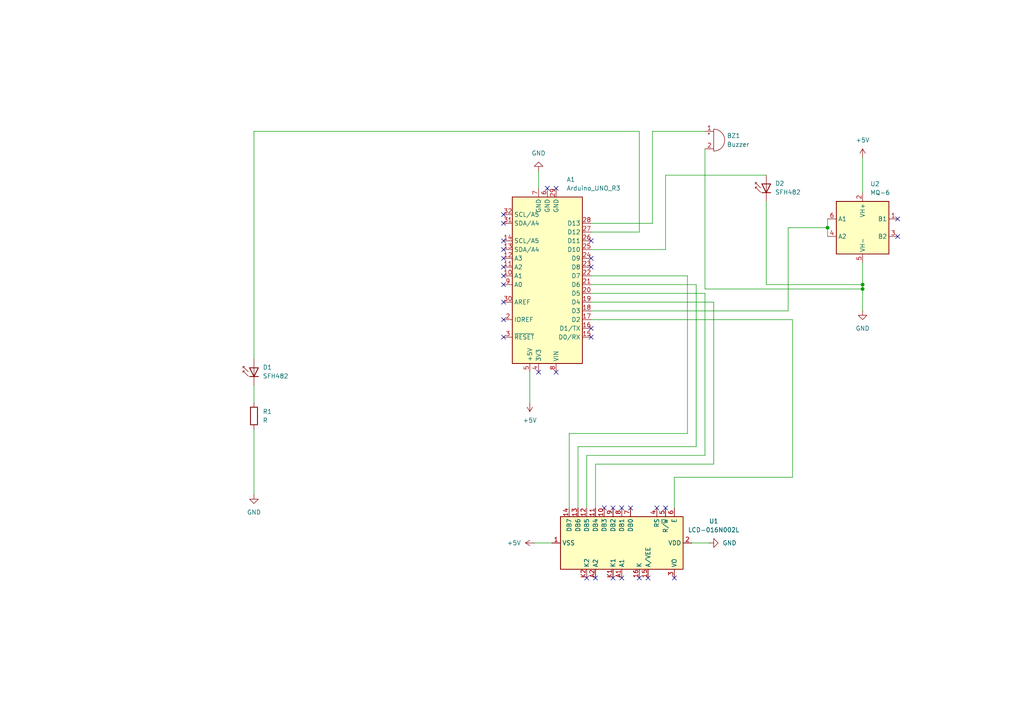
<source format=kicad_sch>
(kicad_sch
	(version 20231120)
	(generator "eeschema")
	(generator_version "8.0")
	(uuid "3e6dfd23-ad61-49d5-94f8-cb76eeeb70f9")
	(paper "A4")
	(lib_symbols
		(symbol "Device:Buzzer"
			(pin_names
				(offset 0.0254) hide)
			(exclude_from_sim no)
			(in_bom yes)
			(on_board yes)
			(property "Reference" "BZ"
				(at 3.81 1.27 0)
				(effects
					(font
						(size 1.27 1.27)
					)
					(justify left)
				)
			)
			(property "Value" "Buzzer"
				(at 3.81 -1.27 0)
				(effects
					(font
						(size 1.27 1.27)
					)
					(justify left)
				)
			)
			(property "Footprint" ""
				(at -0.635 2.54 90)
				(effects
					(font
						(size 1.27 1.27)
					)
					(hide yes)
				)
			)
			(property "Datasheet" "~"
				(at -0.635 2.54 90)
				(effects
					(font
						(size 1.27 1.27)
					)
					(hide yes)
				)
			)
			(property "Description" "Buzzer, polarized"
				(at 0 0 0)
				(effects
					(font
						(size 1.27 1.27)
					)
					(hide yes)
				)
			)
			(property "ki_keywords" "quartz resonator ceramic"
				(at 0 0 0)
				(effects
					(font
						(size 1.27 1.27)
					)
					(hide yes)
				)
			)
			(property "ki_fp_filters" "*Buzzer*"
				(at 0 0 0)
				(effects
					(font
						(size 1.27 1.27)
					)
					(hide yes)
				)
			)
			(symbol "Buzzer_0_1"
				(arc
					(start 0 -3.175)
					(mid 3.1612 0)
					(end 0 3.175)
					(stroke
						(width 0)
						(type default)
					)
					(fill
						(type none)
					)
				)
				(polyline
					(pts
						(xy -1.651 1.905) (xy -1.143 1.905)
					)
					(stroke
						(width 0)
						(type default)
					)
					(fill
						(type none)
					)
				)
				(polyline
					(pts
						(xy -1.397 2.159) (xy -1.397 1.651)
					)
					(stroke
						(width 0)
						(type default)
					)
					(fill
						(type none)
					)
				)
				(polyline
					(pts
						(xy 0 3.175) (xy 0 -3.175)
					)
					(stroke
						(width 0)
						(type default)
					)
					(fill
						(type none)
					)
				)
			)
			(symbol "Buzzer_1_1"
				(pin passive line
					(at -2.54 2.54 0)
					(length 2.54)
					(name "+"
						(effects
							(font
								(size 1.27 1.27)
							)
						)
					)
					(number "1"
						(effects
							(font
								(size 1.27 1.27)
							)
						)
					)
				)
				(pin passive line
					(at -2.54 -2.54 0)
					(length 2.54)
					(name "-"
						(effects
							(font
								(size 1.27 1.27)
							)
						)
					)
					(number "2"
						(effects
							(font
								(size 1.27 1.27)
							)
						)
					)
				)
			)
		)
		(symbol "Device:R"
			(pin_numbers hide)
			(pin_names
				(offset 0)
			)
			(exclude_from_sim no)
			(in_bom yes)
			(on_board yes)
			(property "Reference" "R"
				(at 2.032 0 90)
				(effects
					(font
						(size 1.27 1.27)
					)
				)
			)
			(property "Value" "R"
				(at 0 0 90)
				(effects
					(font
						(size 1.27 1.27)
					)
				)
			)
			(property "Footprint" ""
				(at -1.778 0 90)
				(effects
					(font
						(size 1.27 1.27)
					)
					(hide yes)
				)
			)
			(property "Datasheet" "~"
				(at 0 0 0)
				(effects
					(font
						(size 1.27 1.27)
					)
					(hide yes)
				)
			)
			(property "Description" "Resistor"
				(at 0 0 0)
				(effects
					(font
						(size 1.27 1.27)
					)
					(hide yes)
				)
			)
			(property "ki_keywords" "R res resistor"
				(at 0 0 0)
				(effects
					(font
						(size 1.27 1.27)
					)
					(hide yes)
				)
			)
			(property "ki_fp_filters" "R_*"
				(at 0 0 0)
				(effects
					(font
						(size 1.27 1.27)
					)
					(hide yes)
				)
			)
			(symbol "R_0_1"
				(rectangle
					(start -1.016 -2.54)
					(end 1.016 2.54)
					(stroke
						(width 0.254)
						(type default)
					)
					(fill
						(type none)
					)
				)
			)
			(symbol "R_1_1"
				(pin passive line
					(at 0 3.81 270)
					(length 1.27)
					(name "~"
						(effects
							(font
								(size 1.27 1.27)
							)
						)
					)
					(number "1"
						(effects
							(font
								(size 1.27 1.27)
							)
						)
					)
				)
				(pin passive line
					(at 0 -3.81 90)
					(length 1.27)
					(name "~"
						(effects
							(font
								(size 1.27 1.27)
							)
						)
					)
					(number "2"
						(effects
							(font
								(size 1.27 1.27)
							)
						)
					)
				)
			)
		)
		(symbol "Display_Character:LCD-016N002L"
			(exclude_from_sim no)
			(in_bom yes)
			(on_board yes)
			(property "Reference" "U"
				(at -6.35 18.796 0)
				(effects
					(font
						(size 1.27 1.27)
					)
				)
			)
			(property "Value" "LCD-016N002L"
				(at 8.636 18.796 0)
				(effects
					(font
						(size 1.27 1.27)
					)
				)
			)
			(property "Footprint" "Display:LCD-016N002L"
				(at 0.508 -23.368 0)
				(effects
					(font
						(size 1.27 1.27)
					)
					(hide yes)
				)
			)
			(property "Datasheet" "http://www.vishay.com/docs/37299/37299.pdf"
				(at 12.7 -7.62 0)
				(effects
					(font
						(size 1.27 1.27)
					)
					(hide yes)
				)
			)
			(property "Description" "LCD 12x2, 8 bit parallel bus, 3V or 5V VDD"
				(at 0 0 0)
				(effects
					(font
						(size 1.27 1.27)
					)
					(hide yes)
				)
			)
			(property "ki_keywords" "display LCD dot-matrix"
				(at 0 0 0)
				(effects
					(font
						(size 1.27 1.27)
					)
					(hide yes)
				)
			)
			(property "ki_fp_filters" "*LCD*016N002L*"
				(at 0 0 0)
				(effects
					(font
						(size 1.27 1.27)
					)
					(hide yes)
				)
			)
			(symbol "LCD-016N002L_1_1"
				(rectangle
					(start -7.62 17.78)
					(end 7.62 -17.78)
					(stroke
						(width 0.254)
						(type default)
					)
					(fill
						(type background)
					)
				)
				(pin power_in line
					(at 0 -20.32 90)
					(length 2.54)
					(name "VSS"
						(effects
							(font
								(size 1.27 1.27)
							)
						)
					)
					(number "1"
						(effects
							(font
								(size 1.27 1.27)
							)
						)
					)
				)
				(pin bidirectional line
					(at -10.16 -5.08 0)
					(length 2.54)
					(name "DB3"
						(effects
							(font
								(size 1.27 1.27)
							)
						)
					)
					(number "10"
						(effects
							(font
								(size 1.27 1.27)
							)
						)
					)
				)
				(pin bidirectional line
					(at -10.16 -7.62 0)
					(length 2.54)
					(name "DB4"
						(effects
							(font
								(size 1.27 1.27)
							)
						)
					)
					(number "11"
						(effects
							(font
								(size 1.27 1.27)
							)
						)
					)
				)
				(pin bidirectional line
					(at -10.16 -10.16 0)
					(length 2.54)
					(name "DB5"
						(effects
							(font
								(size 1.27 1.27)
							)
						)
					)
					(number "12"
						(effects
							(font
								(size 1.27 1.27)
							)
						)
					)
				)
				(pin bidirectional line
					(at -10.16 -12.7 0)
					(length 2.54)
					(name "DB6"
						(effects
							(font
								(size 1.27 1.27)
							)
						)
					)
					(number "13"
						(effects
							(font
								(size 1.27 1.27)
							)
						)
					)
				)
				(pin bidirectional line
					(at -10.16 -15.24 0)
					(length 2.54)
					(name "DB7"
						(effects
							(font
								(size 1.27 1.27)
							)
						)
					)
					(number "14"
						(effects
							(font
								(size 1.27 1.27)
							)
						)
					)
				)
				(pin power_in line
					(at 10.16 7.62 180)
					(length 2.54)
					(name "A/VEE"
						(effects
							(font
								(size 1.27 1.27)
							)
						)
					)
					(number "15"
						(effects
							(font
								(size 1.27 1.27)
							)
						)
					)
				)
				(pin power_in line
					(at 10.16 5.08 180)
					(length 2.54)
					(name "K"
						(effects
							(font
								(size 1.27 1.27)
							)
						)
					)
					(number "16"
						(effects
							(font
								(size 1.27 1.27)
							)
						)
					)
				)
				(pin power_in line
					(at 0 20.32 270)
					(length 2.54)
					(name "VDD"
						(effects
							(font
								(size 1.27 1.27)
							)
						)
					)
					(number "2"
						(effects
							(font
								(size 1.27 1.27)
							)
						)
					)
				)
				(pin input line
					(at 10.16 15.24 180)
					(length 2.54)
					(name "VO"
						(effects
							(font
								(size 1.27 1.27)
							)
						)
					)
					(number "3"
						(effects
							(font
								(size 1.27 1.27)
							)
						)
					)
				)
				(pin input line
					(at -10.16 10.16 0)
					(length 2.54)
					(name "RS"
						(effects
							(font
								(size 1.27 1.27)
							)
						)
					)
					(number "4"
						(effects
							(font
								(size 1.27 1.27)
							)
						)
					)
				)
				(pin input line
					(at -10.16 12.7 0)
					(length 2.54)
					(name "R/~{W}"
						(effects
							(font
								(size 1.27 1.27)
							)
						)
					)
					(number "5"
						(effects
							(font
								(size 1.27 1.27)
							)
						)
					)
				)
				(pin input line
					(at -10.16 15.24 0)
					(length 2.54)
					(name "E"
						(effects
							(font
								(size 1.27 1.27)
							)
						)
					)
					(number "6"
						(effects
							(font
								(size 1.27 1.27)
							)
						)
					)
				)
				(pin bidirectional line
					(at -10.16 2.54 0)
					(length 2.54)
					(name "DB0"
						(effects
							(font
								(size 1.27 1.27)
							)
						)
					)
					(number "7"
						(effects
							(font
								(size 1.27 1.27)
							)
						)
					)
				)
				(pin bidirectional line
					(at -10.16 0 0)
					(length 2.54)
					(name "DB1"
						(effects
							(font
								(size 1.27 1.27)
							)
						)
					)
					(number "8"
						(effects
							(font
								(size 1.27 1.27)
							)
						)
					)
				)
				(pin bidirectional line
					(at -10.16 -2.54 0)
					(length 2.54)
					(name "DB2"
						(effects
							(font
								(size 1.27 1.27)
							)
						)
					)
					(number "9"
						(effects
							(font
								(size 1.27 1.27)
							)
						)
					)
				)
				(pin power_in line
					(at 10.16 0 180)
					(length 2.54)
					(name "A1"
						(effects
							(font
								(size 1.27 1.27)
							)
						)
					)
					(number "A1"
						(effects
							(font
								(size 1.27 1.27)
							)
						)
					)
				)
				(pin power_in line
					(at 10.16 -7.62 180)
					(length 2.54)
					(name "A2"
						(effects
							(font
								(size 1.27 1.27)
							)
						)
					)
					(number "A2"
						(effects
							(font
								(size 1.27 1.27)
							)
						)
					)
				)
				(pin power_in line
					(at 10.16 -2.54 180)
					(length 2.54)
					(name "K1"
						(effects
							(font
								(size 1.27 1.27)
							)
						)
					)
					(number "K1"
						(effects
							(font
								(size 1.27 1.27)
							)
						)
					)
				)
				(pin power_in line
					(at 10.16 -10.16 180)
					(length 2.54)
					(name "K2"
						(effects
							(font
								(size 1.27 1.27)
							)
						)
					)
					(number "K2"
						(effects
							(font
								(size 1.27 1.27)
							)
						)
					)
				)
			)
		)
		(symbol "LED:SFH482"
			(pin_numbers hide)
			(pin_names
				(offset 1.016) hide)
			(exclude_from_sim no)
			(in_bom yes)
			(on_board yes)
			(property "Reference" "D"
				(at 0.508 1.778 0)
				(effects
					(font
						(size 1.27 1.27)
					)
					(justify left)
				)
			)
			(property "Value" "SFH482"
				(at -1.016 -2.794 0)
				(effects
					(font
						(size 1.27 1.27)
					)
				)
			)
			(property "Footprint" "Package_TO_SOT_THT:TO-18-2_Window"
				(at 0 4.445 0)
				(effects
					(font
						(size 1.27 1.27)
					)
					(hide yes)
				)
			)
			(property "Datasheet" "http://www.osram-os.com/Graphics/XPic2/00182155_0.pdf/SFH%20482%20E7800,%20Lead%20(Pb)%20Free%20Product%20-%20RoHS%20Compliant.pdf"
				(at -1.27 0 0)
				(effects
					(font
						(size 1.27 1.27)
					)
					(hide yes)
				)
			)
			(property "Description" "GaAlAs Infrared LED (880 nm), TO-18 package"
				(at 0 0 0)
				(effects
					(font
						(size 1.27 1.27)
					)
					(hide yes)
				)
			)
			(property "ki_keywords" "opto IR LED"
				(at 0 0 0)
				(effects
					(font
						(size 1.27 1.27)
					)
					(hide yes)
				)
			)
			(property "ki_fp_filters" "TO?18*Window*"
				(at 0 0 0)
				(effects
					(font
						(size 1.27 1.27)
					)
					(hide yes)
				)
			)
			(symbol "SFH482_0_1"
				(polyline
					(pts
						(xy -2.54 1.27) (xy -2.54 -1.27)
					)
					(stroke
						(width 0.254)
						(type default)
					)
					(fill
						(type none)
					)
				)
				(polyline
					(pts
						(xy 0 0) (xy -2.54 0)
					)
					(stroke
						(width 0)
						(type default)
					)
					(fill
						(type none)
					)
				)
				(polyline
					(pts
						(xy 0.381 3.175) (xy -0.127 3.175)
					)
					(stroke
						(width 0)
						(type default)
					)
					(fill
						(type none)
					)
				)
				(polyline
					(pts
						(xy -1.143 1.651) (xy 0.381 3.175) (xy 0.381 2.667)
					)
					(stroke
						(width 0)
						(type default)
					)
					(fill
						(type none)
					)
				)
				(polyline
					(pts
						(xy 0 1.27) (xy 0 -1.27) (xy -2.54 0) (xy 0 1.27)
					)
					(stroke
						(width 0.254)
						(type default)
					)
					(fill
						(type none)
					)
				)
				(polyline
					(pts
						(xy -2.413 1.651) (xy -0.889 3.175) (xy -0.889 2.667) (xy -0.889 3.175) (xy -1.397 3.175)
					)
					(stroke
						(width 0)
						(type default)
					)
					(fill
						(type none)
					)
				)
			)
			(symbol "SFH482_1_1"
				(pin passive line
					(at -5.08 0 0)
					(length 2.54)
					(name "K"
						(effects
							(font
								(size 1.27 1.27)
							)
						)
					)
					(number "1"
						(effects
							(font
								(size 1.27 1.27)
							)
						)
					)
				)
				(pin passive line
					(at 2.54 0 180)
					(length 2.54)
					(name "A"
						(effects
							(font
								(size 1.27 1.27)
							)
						)
					)
					(number "2"
						(effects
							(font
								(size 1.27 1.27)
							)
						)
					)
				)
			)
		)
		(symbol "MCU_Module:Arduino_UNO_R3"
			(exclude_from_sim no)
			(in_bom yes)
			(on_board yes)
			(property "Reference" "A"
				(at -10.16 23.495 0)
				(effects
					(font
						(size 1.27 1.27)
					)
					(justify left bottom)
				)
			)
			(property "Value" "Arduino_UNO_R3"
				(at 5.08 -26.67 0)
				(effects
					(font
						(size 1.27 1.27)
					)
					(justify left top)
				)
			)
			(property "Footprint" "Module:Arduino_UNO_R3"
				(at 0 0 0)
				(effects
					(font
						(size 1.27 1.27)
						(italic yes)
					)
					(hide yes)
				)
			)
			(property "Datasheet" "https://www.arduino.cc/en/Main/arduinoBoardUno"
				(at 0 0 0)
				(effects
					(font
						(size 1.27 1.27)
					)
					(hide yes)
				)
			)
			(property "Description" "Arduino UNO Microcontroller Module, release 3"
				(at 0 0 0)
				(effects
					(font
						(size 1.27 1.27)
					)
					(hide yes)
				)
			)
			(property "ki_keywords" "Arduino UNO R3 Microcontroller Module Atmel AVR USB"
				(at 0 0 0)
				(effects
					(font
						(size 1.27 1.27)
					)
					(hide yes)
				)
			)
			(property "ki_fp_filters" "Arduino*UNO*R3*"
				(at 0 0 0)
				(effects
					(font
						(size 1.27 1.27)
					)
					(hide yes)
				)
			)
			(symbol "Arduino_UNO_R3_0_1"
				(rectangle
					(start -10.16 22.86)
					(end 10.16 -25.4)
					(stroke
						(width 0.254)
						(type default)
					)
					(fill
						(type background)
					)
				)
			)
			(symbol "Arduino_UNO_R3_1_1"
				(pin no_connect line
					(at -10.16 -20.32 0)
					(length 2.54) hide
					(name "NC"
						(effects
							(font
								(size 1.27 1.27)
							)
						)
					)
					(number "1"
						(effects
							(font
								(size 1.27 1.27)
							)
						)
					)
				)
				(pin bidirectional line
					(at 12.7 -2.54 180)
					(length 2.54)
					(name "A1"
						(effects
							(font
								(size 1.27 1.27)
							)
						)
					)
					(number "10"
						(effects
							(font
								(size 1.27 1.27)
							)
						)
					)
				)
				(pin bidirectional line
					(at 12.7 -5.08 180)
					(length 2.54)
					(name "A2"
						(effects
							(font
								(size 1.27 1.27)
							)
						)
					)
					(number "11"
						(effects
							(font
								(size 1.27 1.27)
							)
						)
					)
				)
				(pin bidirectional line
					(at 12.7 -7.62 180)
					(length 2.54)
					(name "A3"
						(effects
							(font
								(size 1.27 1.27)
							)
						)
					)
					(number "12"
						(effects
							(font
								(size 1.27 1.27)
							)
						)
					)
				)
				(pin bidirectional line
					(at 12.7 -10.16 180)
					(length 2.54)
					(name "SDA/A4"
						(effects
							(font
								(size 1.27 1.27)
							)
						)
					)
					(number "13"
						(effects
							(font
								(size 1.27 1.27)
							)
						)
					)
				)
				(pin bidirectional line
					(at 12.7 -12.7 180)
					(length 2.54)
					(name "SCL/A5"
						(effects
							(font
								(size 1.27 1.27)
							)
						)
					)
					(number "14"
						(effects
							(font
								(size 1.27 1.27)
							)
						)
					)
				)
				(pin bidirectional line
					(at -12.7 15.24 0)
					(length 2.54)
					(name "D0/RX"
						(effects
							(font
								(size 1.27 1.27)
							)
						)
					)
					(number "15"
						(effects
							(font
								(size 1.27 1.27)
							)
						)
					)
				)
				(pin bidirectional line
					(at -12.7 12.7 0)
					(length 2.54)
					(name "D1/TX"
						(effects
							(font
								(size 1.27 1.27)
							)
						)
					)
					(number "16"
						(effects
							(font
								(size 1.27 1.27)
							)
						)
					)
				)
				(pin bidirectional line
					(at -12.7 10.16 0)
					(length 2.54)
					(name "D2"
						(effects
							(font
								(size 1.27 1.27)
							)
						)
					)
					(number "17"
						(effects
							(font
								(size 1.27 1.27)
							)
						)
					)
				)
				(pin bidirectional line
					(at -12.7 7.62 0)
					(length 2.54)
					(name "D3"
						(effects
							(font
								(size 1.27 1.27)
							)
						)
					)
					(number "18"
						(effects
							(font
								(size 1.27 1.27)
							)
						)
					)
				)
				(pin bidirectional line
					(at -12.7 5.08 0)
					(length 2.54)
					(name "D4"
						(effects
							(font
								(size 1.27 1.27)
							)
						)
					)
					(number "19"
						(effects
							(font
								(size 1.27 1.27)
							)
						)
					)
				)
				(pin output line
					(at 12.7 10.16 180)
					(length 2.54)
					(name "IOREF"
						(effects
							(font
								(size 1.27 1.27)
							)
						)
					)
					(number "2"
						(effects
							(font
								(size 1.27 1.27)
							)
						)
					)
				)
				(pin bidirectional line
					(at -12.7 2.54 0)
					(length 2.54)
					(name "D5"
						(effects
							(font
								(size 1.27 1.27)
							)
						)
					)
					(number "20"
						(effects
							(font
								(size 1.27 1.27)
							)
						)
					)
				)
				(pin bidirectional line
					(at -12.7 0 0)
					(length 2.54)
					(name "D6"
						(effects
							(font
								(size 1.27 1.27)
							)
						)
					)
					(number "21"
						(effects
							(font
								(size 1.27 1.27)
							)
						)
					)
				)
				(pin bidirectional line
					(at -12.7 -2.54 0)
					(length 2.54)
					(name "D7"
						(effects
							(font
								(size 1.27 1.27)
							)
						)
					)
					(number "22"
						(effects
							(font
								(size 1.27 1.27)
							)
						)
					)
				)
				(pin bidirectional line
					(at -12.7 -5.08 0)
					(length 2.54)
					(name "D8"
						(effects
							(font
								(size 1.27 1.27)
							)
						)
					)
					(number "23"
						(effects
							(font
								(size 1.27 1.27)
							)
						)
					)
				)
				(pin bidirectional line
					(at -12.7 -7.62 0)
					(length 2.54)
					(name "D9"
						(effects
							(font
								(size 1.27 1.27)
							)
						)
					)
					(number "24"
						(effects
							(font
								(size 1.27 1.27)
							)
						)
					)
				)
				(pin bidirectional line
					(at -12.7 -10.16 0)
					(length 2.54)
					(name "D10"
						(effects
							(font
								(size 1.27 1.27)
							)
						)
					)
					(number "25"
						(effects
							(font
								(size 1.27 1.27)
							)
						)
					)
				)
				(pin bidirectional line
					(at -12.7 -12.7 0)
					(length 2.54)
					(name "D11"
						(effects
							(font
								(size 1.27 1.27)
							)
						)
					)
					(number "26"
						(effects
							(font
								(size 1.27 1.27)
							)
						)
					)
				)
				(pin bidirectional line
					(at -12.7 -15.24 0)
					(length 2.54)
					(name "D12"
						(effects
							(font
								(size 1.27 1.27)
							)
						)
					)
					(number "27"
						(effects
							(font
								(size 1.27 1.27)
							)
						)
					)
				)
				(pin bidirectional line
					(at -12.7 -17.78 0)
					(length 2.54)
					(name "D13"
						(effects
							(font
								(size 1.27 1.27)
							)
						)
					)
					(number "28"
						(effects
							(font
								(size 1.27 1.27)
							)
						)
					)
				)
				(pin power_in line
					(at -2.54 -27.94 90)
					(length 2.54)
					(name "GND"
						(effects
							(font
								(size 1.27 1.27)
							)
						)
					)
					(number "29"
						(effects
							(font
								(size 1.27 1.27)
							)
						)
					)
				)
				(pin input line
					(at 12.7 15.24 180)
					(length 2.54)
					(name "~{RESET}"
						(effects
							(font
								(size 1.27 1.27)
							)
						)
					)
					(number "3"
						(effects
							(font
								(size 1.27 1.27)
							)
						)
					)
				)
				(pin input line
					(at 12.7 5.08 180)
					(length 2.54)
					(name "AREF"
						(effects
							(font
								(size 1.27 1.27)
							)
						)
					)
					(number "30"
						(effects
							(font
								(size 1.27 1.27)
							)
						)
					)
				)
				(pin bidirectional line
					(at 12.7 -17.78 180)
					(length 2.54)
					(name "SDA/A4"
						(effects
							(font
								(size 1.27 1.27)
							)
						)
					)
					(number "31"
						(effects
							(font
								(size 1.27 1.27)
							)
						)
					)
				)
				(pin bidirectional line
					(at 12.7 -20.32 180)
					(length 2.54)
					(name "SCL/A5"
						(effects
							(font
								(size 1.27 1.27)
							)
						)
					)
					(number "32"
						(effects
							(font
								(size 1.27 1.27)
							)
						)
					)
				)
				(pin power_out line
					(at 2.54 25.4 270)
					(length 2.54)
					(name "3V3"
						(effects
							(font
								(size 1.27 1.27)
							)
						)
					)
					(number "4"
						(effects
							(font
								(size 1.27 1.27)
							)
						)
					)
				)
				(pin power_out line
					(at 5.08 25.4 270)
					(length 2.54)
					(name "+5V"
						(effects
							(font
								(size 1.27 1.27)
							)
						)
					)
					(number "5"
						(effects
							(font
								(size 1.27 1.27)
							)
						)
					)
				)
				(pin power_in line
					(at 0 -27.94 90)
					(length 2.54)
					(name "GND"
						(effects
							(font
								(size 1.27 1.27)
							)
						)
					)
					(number "6"
						(effects
							(font
								(size 1.27 1.27)
							)
						)
					)
				)
				(pin power_in line
					(at 2.54 -27.94 90)
					(length 2.54)
					(name "GND"
						(effects
							(font
								(size 1.27 1.27)
							)
						)
					)
					(number "7"
						(effects
							(font
								(size 1.27 1.27)
							)
						)
					)
				)
				(pin power_in line
					(at -2.54 25.4 270)
					(length 2.54)
					(name "VIN"
						(effects
							(font
								(size 1.27 1.27)
							)
						)
					)
					(number "8"
						(effects
							(font
								(size 1.27 1.27)
							)
						)
					)
				)
				(pin bidirectional line
					(at 12.7 0 180)
					(length 2.54)
					(name "A0"
						(effects
							(font
								(size 1.27 1.27)
							)
						)
					)
					(number "9"
						(effects
							(font
								(size 1.27 1.27)
							)
						)
					)
				)
			)
		)
		(symbol "Sensor_Gas:MQ-6"
			(exclude_from_sim no)
			(in_bom yes)
			(on_board yes)
			(property "Reference" "U"
				(at -6.35 8.89 0)
				(effects
					(font
						(size 1.27 1.27)
					)
				)
			)
			(property "Value" "MQ-6"
				(at 3.81 8.89 0)
				(effects
					(font
						(size 1.27 1.27)
					)
				)
			)
			(property "Footprint" "Sensor:MQ-6"
				(at 1.27 -11.43 0)
				(effects
					(font
						(size 1.27 1.27)
					)
					(hide yes)
				)
			)
			(property "Datasheet" "https://www.winsen-sensor.com/d/files/semiconductor/mq-6.pdf"
				(at 0 6.35 0)
				(effects
					(font
						(size 1.27 1.27)
					)
					(hide yes)
				)
			)
			(property "Description" "Semiconductor Sensor for Flammable Gas"
				(at 0 0 0)
				(effects
					(font
						(size 1.27 1.27)
					)
					(hide yes)
				)
			)
			(property "ki_keywords" "flammable gas sensor LPG"
				(at 0 0 0)
				(effects
					(font
						(size 1.27 1.27)
					)
					(hide yes)
				)
			)
			(property "ki_fp_filters" "*MQ*6*"
				(at 0 0 0)
				(effects
					(font
						(size 1.27 1.27)
					)
					(hide yes)
				)
			)
			(symbol "MQ-6_0_1"
				(rectangle
					(start -7.62 7.62)
					(end 7.62 -7.62)
					(stroke
						(width 0.254)
						(type default)
					)
					(fill
						(type background)
					)
				)
			)
			(symbol "MQ-6_1_1"
				(pin passive line
					(at 10.16 2.54 180)
					(length 2.54)
					(name "B1"
						(effects
							(font
								(size 1.27 1.27)
							)
						)
					)
					(number "1"
						(effects
							(font
								(size 1.27 1.27)
							)
						)
					)
				)
				(pin power_in line
					(at 0 10.16 270)
					(length 2.54)
					(name "VH+"
						(effects
							(font
								(size 1.27 1.27)
							)
						)
					)
					(number "2"
						(effects
							(font
								(size 1.27 1.27)
							)
						)
					)
				)
				(pin passive line
					(at 10.16 -2.54 180)
					(length 2.54)
					(name "B2"
						(effects
							(font
								(size 1.27 1.27)
							)
						)
					)
					(number "3"
						(effects
							(font
								(size 1.27 1.27)
							)
						)
					)
				)
				(pin passive line
					(at -10.16 -2.54 0)
					(length 2.54)
					(name "A2"
						(effects
							(font
								(size 1.27 1.27)
							)
						)
					)
					(number "4"
						(effects
							(font
								(size 1.27 1.27)
							)
						)
					)
				)
				(pin power_in line
					(at 0 -10.16 90)
					(length 2.54)
					(name "VH-"
						(effects
							(font
								(size 1.27 1.27)
							)
						)
					)
					(number "5"
						(effects
							(font
								(size 1.27 1.27)
							)
						)
					)
				)
				(pin passive line
					(at -10.16 2.54 0)
					(length 2.54)
					(name "A1"
						(effects
							(font
								(size 1.27 1.27)
							)
						)
					)
					(number "6"
						(effects
							(font
								(size 1.27 1.27)
							)
						)
					)
				)
			)
		)
		(symbol "power:+5V"
			(power)
			(pin_numbers hide)
			(pin_names
				(offset 0) hide)
			(exclude_from_sim no)
			(in_bom yes)
			(on_board yes)
			(property "Reference" "#PWR"
				(at 0 -3.81 0)
				(effects
					(font
						(size 1.27 1.27)
					)
					(hide yes)
				)
			)
			(property "Value" "+5V"
				(at 0 3.556 0)
				(effects
					(font
						(size 1.27 1.27)
					)
				)
			)
			(property "Footprint" ""
				(at 0 0 0)
				(effects
					(font
						(size 1.27 1.27)
					)
					(hide yes)
				)
			)
			(property "Datasheet" ""
				(at 0 0 0)
				(effects
					(font
						(size 1.27 1.27)
					)
					(hide yes)
				)
			)
			(property "Description" "Power symbol creates a global label with name \"+5V\""
				(at 0 0 0)
				(effects
					(font
						(size 1.27 1.27)
					)
					(hide yes)
				)
			)
			(property "ki_keywords" "global power"
				(at 0 0 0)
				(effects
					(font
						(size 1.27 1.27)
					)
					(hide yes)
				)
			)
			(symbol "+5V_0_1"
				(polyline
					(pts
						(xy -0.762 1.27) (xy 0 2.54)
					)
					(stroke
						(width 0)
						(type default)
					)
					(fill
						(type none)
					)
				)
				(polyline
					(pts
						(xy 0 0) (xy 0 2.54)
					)
					(stroke
						(width 0)
						(type default)
					)
					(fill
						(type none)
					)
				)
				(polyline
					(pts
						(xy 0 2.54) (xy 0.762 1.27)
					)
					(stroke
						(width 0)
						(type default)
					)
					(fill
						(type none)
					)
				)
			)
			(symbol "+5V_1_1"
				(pin power_in line
					(at 0 0 90)
					(length 0)
					(name "~"
						(effects
							(font
								(size 1.27 1.27)
							)
						)
					)
					(number "1"
						(effects
							(font
								(size 1.27 1.27)
							)
						)
					)
				)
			)
		)
		(symbol "power:GND"
			(power)
			(pin_numbers hide)
			(pin_names
				(offset 0) hide)
			(exclude_from_sim no)
			(in_bom yes)
			(on_board yes)
			(property "Reference" "#PWR"
				(at 0 -6.35 0)
				(effects
					(font
						(size 1.27 1.27)
					)
					(hide yes)
				)
			)
			(property "Value" "GND"
				(at 0 -3.81 0)
				(effects
					(font
						(size 1.27 1.27)
					)
				)
			)
			(property "Footprint" ""
				(at 0 0 0)
				(effects
					(font
						(size 1.27 1.27)
					)
					(hide yes)
				)
			)
			(property "Datasheet" ""
				(at 0 0 0)
				(effects
					(font
						(size 1.27 1.27)
					)
					(hide yes)
				)
			)
			(property "Description" "Power symbol creates a global label with name \"GND\" , ground"
				(at 0 0 0)
				(effects
					(font
						(size 1.27 1.27)
					)
					(hide yes)
				)
			)
			(property "ki_keywords" "global power"
				(at 0 0 0)
				(effects
					(font
						(size 1.27 1.27)
					)
					(hide yes)
				)
			)
			(symbol "GND_0_1"
				(polyline
					(pts
						(xy 0 0) (xy 0 -1.27) (xy 1.27 -1.27) (xy 0 -2.54) (xy -1.27 -1.27) (xy 0 -1.27)
					)
					(stroke
						(width 0)
						(type default)
					)
					(fill
						(type none)
					)
				)
			)
			(symbol "GND_1_1"
				(pin power_in line
					(at 0 0 270)
					(length 0)
					(name "~"
						(effects
							(font
								(size 1.27 1.27)
							)
						)
					)
					(number "1"
						(effects
							(font
								(size 1.27 1.27)
							)
						)
					)
				)
			)
		)
	)
	(junction
		(at 250.19 82.55)
		(diameter 0)
		(color 0 0 0 0)
		(uuid "30dd6429-5def-44af-985b-c536d119b00c")
	)
	(junction
		(at 240.03 66.04)
		(diameter 0)
		(color 0 0 0 0)
		(uuid "d4cade20-e60e-43c9-9567-5f26a8d07682")
	)
	(junction
		(at 250.19 83.82)
		(diameter 0)
		(color 0 0 0 0)
		(uuid "febdc35b-707a-4bca-8116-b201ab52ca8c")
	)
	(no_connect
		(at 146.05 72.39)
		(uuid "00e6e617-84c6-4b01-983b-d8dea09828fa")
	)
	(no_connect
		(at 146.05 77.47)
		(uuid "155216f7-0d6e-439f-900d-aa97abcea01d")
	)
	(no_connect
		(at 180.34 167.64)
		(uuid "1eacc1a7-63e5-4556-836a-7decb6845200")
	)
	(no_connect
		(at 146.05 97.79)
		(uuid "2acfd78f-5194-49f3-a998-01ad7fea3c9e")
	)
	(no_connect
		(at 156.21 107.95)
		(uuid "2c823afb-4af2-43c9-a5e7-6e7e5c16719c")
	)
	(no_connect
		(at 260.35 68.58)
		(uuid "3460483e-82ba-4b7f-832c-4acb79fc60aa")
	)
	(no_connect
		(at 171.45 95.25)
		(uuid "3e1f7d9a-19aa-4f0f-886b-92b6d1c4b2c7")
	)
	(no_connect
		(at 146.05 62.23)
		(uuid "49888503-cc6d-4e88-8a08-ae898daa013e")
	)
	(no_connect
		(at 146.05 74.93)
		(uuid "58b3e847-a6e8-4521-98a7-adfef133b73a")
	)
	(no_connect
		(at 171.45 77.47)
		(uuid "5bdaadec-7660-4c1e-bff2-29c897703358")
	)
	(no_connect
		(at 171.45 97.79)
		(uuid "5c6b5ee2-2088-4353-ba28-325e3c328c42")
	)
	(no_connect
		(at 260.35 63.5)
		(uuid "5f406585-5c3c-425a-af86-f795dfbe08c9")
	)
	(no_connect
		(at 177.8 147.32)
		(uuid "603c0bed-dce9-40b2-973e-2d4af43c1d0e")
	)
	(no_connect
		(at 172.72 167.64)
		(uuid "619aa27b-fc75-44c1-b3ac-8c4a99a520ce")
	)
	(no_connect
		(at 171.45 69.85)
		(uuid "6a774d30-ca43-455b-9b28-ec6f6adfb7c9")
	)
	(no_connect
		(at 146.05 64.77)
		(uuid "6f94a264-68dd-47b7-9ee8-1eb69962b471")
	)
	(no_connect
		(at 146.05 69.85)
		(uuid "700641cb-d29c-4cd2-8a6a-a47d7639fb50")
	)
	(no_connect
		(at 170.18 167.64)
		(uuid "7b2451b6-7607-46ab-9003-d5a9e9560015")
	)
	(no_connect
		(at 182.88 147.32)
		(uuid "7f9e4b62-dc98-411b-b960-8c25b42dc4cb")
	)
	(no_connect
		(at 193.04 147.32)
		(uuid "86a7f680-a44f-4279-840c-deb696ac735f")
	)
	(no_connect
		(at 146.05 92.71)
		(uuid "a28c513f-069e-41ce-83bd-ed7e3d8ba3fd")
	)
	(no_connect
		(at 161.29 54.61)
		(uuid "a5b86b53-7751-43d1-98ca-1eab2ff7bc5e")
	)
	(no_connect
		(at 158.75 54.61)
		(uuid "ab61a25a-40b6-4e3b-b8c9-5cc9d91504c3")
	)
	(no_connect
		(at 187.96 167.64)
		(uuid "b311ef3a-77a8-4224-a3b8-96c0e1a6b1df")
	)
	(no_connect
		(at 146.05 80.01)
		(uuid "b7e45526-03f0-4173-ae3c-f41ec4d30209")
	)
	(no_connect
		(at 161.29 107.95)
		(uuid "bf23b45f-6141-4c58-99b9-c75f35760905")
	)
	(no_connect
		(at 171.45 74.93)
		(uuid "c4078595-f30f-4023-97b3-61daeb2948de")
	)
	(no_connect
		(at 177.8 167.64)
		(uuid "d311c8e0-f6ee-4cfb-825e-717371ac3b18")
	)
	(no_connect
		(at 146.05 82.55)
		(uuid "d37f9163-d0d6-4bf9-b474-9515cd8f62db")
	)
	(no_connect
		(at 180.34 147.32)
		(uuid "e2a74a5a-960a-4cc6-b528-145c7faed58c")
	)
	(no_connect
		(at 195.58 167.64)
		(uuid "e59e109f-0e86-44c4-bb82-d35989cdc6bc")
	)
	(no_connect
		(at 175.26 147.32)
		(uuid "f2ea4be9-1ee6-4bf6-9ff4-1b3fe0da2d7a")
	)
	(no_connect
		(at 190.5 147.32)
		(uuid "fab0600a-7410-4b87-aa7b-04c17634d751")
	)
	(no_connect
		(at 146.05 87.63)
		(uuid "fe6eaf34-ac0a-4e93-8f28-505954e5c1d4")
	)
	(no_connect
		(at 185.42 167.64)
		(uuid "ffd08bb8-7f16-4a7f-9d1b-7cda611540a7")
	)
	(wire
		(pts
			(xy 222.25 58.42) (xy 222.25 82.55)
		)
		(stroke
			(width 0)
			(type default)
		)
		(uuid "04e3db0f-0d35-43fc-805e-3e7292a446fc")
	)
	(wire
		(pts
			(xy 229.87 92.71) (xy 229.87 138.43)
		)
		(stroke
			(width 0)
			(type default)
		)
		(uuid "08b347dc-aefb-407a-8a9a-372a3900b716")
	)
	(wire
		(pts
			(xy 195.58 138.43) (xy 195.58 147.32)
		)
		(stroke
			(width 0)
			(type default)
		)
		(uuid "091e7868-9a01-4755-a13d-5cb901980b9b")
	)
	(wire
		(pts
			(xy 229.87 92.71) (xy 171.45 92.71)
		)
		(stroke
			(width 0)
			(type default)
		)
		(uuid "0d988128-9865-4c27-ad30-51444dbabbfa")
	)
	(wire
		(pts
			(xy 189.23 64.77) (xy 189.23 38.1)
		)
		(stroke
			(width 0)
			(type default)
		)
		(uuid "2182a0fc-dba5-4d84-a086-ab3d8a88b548")
	)
	(wire
		(pts
			(xy 250.19 45.72) (xy 250.19 55.88)
		)
		(stroke
			(width 0)
			(type default)
		)
		(uuid "22ebce7c-6bac-4bb5-b392-e571ebfab58d")
	)
	(wire
		(pts
			(xy 204.47 43.18) (xy 204.47 83.82)
		)
		(stroke
			(width 0)
			(type default)
		)
		(uuid "3a72f235-ced9-4e0a-83ff-50f8451917ed")
	)
	(wire
		(pts
			(xy 73.66 111.76) (xy 73.66 116.84)
		)
		(stroke
			(width 0)
			(type default)
		)
		(uuid "478aa598-c338-4a37-990f-8a5024bb33ac")
	)
	(wire
		(pts
			(xy 201.93 82.55) (xy 171.45 82.55)
		)
		(stroke
			(width 0)
			(type default)
		)
		(uuid "4b32b57b-dd69-42a9-b220-53638d89496b")
	)
	(wire
		(pts
			(xy 170.18 132.08) (xy 204.47 132.08)
		)
		(stroke
			(width 0)
			(type default)
		)
		(uuid "4fb8da2a-2250-47e6-8eb5-fffd3404f949")
	)
	(wire
		(pts
			(xy 156.21 49.53) (xy 156.21 54.61)
		)
		(stroke
			(width 0)
			(type default)
		)
		(uuid "50976c51-0bc4-42ec-9f06-879875118277")
	)
	(wire
		(pts
			(xy 204.47 85.09) (xy 204.47 132.08)
		)
		(stroke
			(width 0)
			(type default)
		)
		(uuid "5e894f31-abc0-41a0-87b2-91a5604529e7")
	)
	(wire
		(pts
			(xy 193.04 50.8) (xy 193.04 72.39)
		)
		(stroke
			(width 0)
			(type default)
		)
		(uuid "608e8a12-29e0-47d3-aae6-0bdb4f716b7a")
	)
	(wire
		(pts
			(xy 250.19 76.2) (xy 250.19 82.55)
		)
		(stroke
			(width 0)
			(type default)
		)
		(uuid "611b0be7-af30-4a55-8bf4-a0c375259aef")
	)
	(wire
		(pts
			(xy 167.64 129.54) (xy 167.64 147.32)
		)
		(stroke
			(width 0)
			(type default)
		)
		(uuid "627572d8-95d3-4220-8361-13d0e7ec95bb")
	)
	(wire
		(pts
			(xy 222.25 50.8) (xy 193.04 50.8)
		)
		(stroke
			(width 0)
			(type default)
		)
		(uuid "6315cfa3-9676-43c6-9539-b3ef5bdc18e3")
	)
	(wire
		(pts
			(xy 207.01 87.63) (xy 207.01 134.62)
		)
		(stroke
			(width 0)
			(type default)
		)
		(uuid "6438ea7c-48be-47f9-bf8d-49157813eb1d")
	)
	(wire
		(pts
			(xy 170.18 147.32) (xy 170.18 132.08)
		)
		(stroke
			(width 0)
			(type default)
		)
		(uuid "678a36c2-78bd-4fed-a552-988273df19c2")
	)
	(wire
		(pts
			(xy 222.25 82.55) (xy 250.19 82.55)
		)
		(stroke
			(width 0)
			(type default)
		)
		(uuid "6d654df8-2134-4742-bcbe-070f76fb1656")
	)
	(wire
		(pts
			(xy 204.47 85.09) (xy 171.45 85.09)
		)
		(stroke
			(width 0)
			(type default)
		)
		(uuid "6ebc9eaa-367b-43b9-83fb-73e2443bd9f1")
	)
	(wire
		(pts
			(xy 154.94 157.48) (xy 160.02 157.48)
		)
		(stroke
			(width 0)
			(type default)
		)
		(uuid "70948ce4-1788-4c39-909f-86ad7d91bc9d")
	)
	(wire
		(pts
			(xy 193.04 72.39) (xy 171.45 72.39)
		)
		(stroke
			(width 0)
			(type default)
		)
		(uuid "72a3ef18-34f5-40e4-b927-0f5aad95f2f7")
	)
	(wire
		(pts
			(xy 73.66 38.1) (xy 73.66 104.14)
		)
		(stroke
			(width 0)
			(type default)
		)
		(uuid "7516caef-e579-4d46-bb80-c88f2611894b")
	)
	(wire
		(pts
			(xy 250.19 83.82) (xy 250.19 90.17)
		)
		(stroke
			(width 0)
			(type default)
		)
		(uuid "94cf65b7-154f-4b05-aee8-a69419c455fe")
	)
	(wire
		(pts
			(xy 201.93 129.54) (xy 167.64 129.54)
		)
		(stroke
			(width 0)
			(type default)
		)
		(uuid "96997eac-a569-49a7-b5cf-2adfdb028194")
	)
	(wire
		(pts
			(xy 228.6 66.04) (xy 240.03 66.04)
		)
		(stroke
			(width 0)
			(type default)
		)
		(uuid "9d64072a-07e0-4fed-b750-594807c09047")
	)
	(wire
		(pts
			(xy 199.39 125.73) (xy 165.1 125.73)
		)
		(stroke
			(width 0)
			(type default)
		)
		(uuid "a2b11105-7eac-43d7-9a01-3638e6957ba6")
	)
	(wire
		(pts
			(xy 240.03 63.5) (xy 240.03 66.04)
		)
		(stroke
			(width 0)
			(type default)
		)
		(uuid "a356816c-6a15-4ac6-8a72-5ab78722e4d8")
	)
	(wire
		(pts
			(xy 153.67 107.95) (xy 153.67 116.84)
		)
		(stroke
			(width 0)
			(type default)
		)
		(uuid "a9ae3817-e2f0-4c5f-92cc-c3afe44c4d42")
	)
	(wire
		(pts
			(xy 171.45 90.17) (xy 228.6 90.17)
		)
		(stroke
			(width 0)
			(type default)
		)
		(uuid "a9d648ee-b2f1-4a76-b2c9-a745473cb4bb")
	)
	(wire
		(pts
			(xy 171.45 64.77) (xy 189.23 64.77)
		)
		(stroke
			(width 0)
			(type default)
		)
		(uuid "aa9fc290-99ac-4adc-b617-b0fb1bdad681")
	)
	(wire
		(pts
			(xy 207.01 134.62) (xy 172.72 134.62)
		)
		(stroke
			(width 0)
			(type default)
		)
		(uuid "aae5841f-69d9-4925-9530-fe5cc265d692")
	)
	(wire
		(pts
			(xy 189.23 38.1) (xy 204.47 38.1)
		)
		(stroke
			(width 0)
			(type default)
		)
		(uuid "acd9aae5-5ec5-42fc-afc0-9428ccc8b23d")
	)
	(wire
		(pts
			(xy 204.47 83.82) (xy 250.19 83.82)
		)
		(stroke
			(width 0)
			(type default)
		)
		(uuid "b21088a2-5c94-488c-84ac-207dd2c81f19")
	)
	(wire
		(pts
			(xy 171.45 87.63) (xy 207.01 87.63)
		)
		(stroke
			(width 0)
			(type default)
		)
		(uuid "b43eca16-cf8e-4485-8fc4-99f66a8fd081")
	)
	(wire
		(pts
			(xy 185.42 38.1) (xy 185.42 67.31)
		)
		(stroke
			(width 0)
			(type default)
		)
		(uuid "b957f2db-b699-49ba-8350-edb3ea961810")
	)
	(wire
		(pts
			(xy 195.58 138.43) (xy 229.87 138.43)
		)
		(stroke
			(width 0)
			(type default)
		)
		(uuid "c63d6259-40db-4e8f-9c16-c60857139bfb")
	)
	(wire
		(pts
			(xy 201.93 82.55) (xy 201.93 129.54)
		)
		(stroke
			(width 0)
			(type default)
		)
		(uuid "c7142533-b8a3-49e0-963c-a63cf07162de")
	)
	(wire
		(pts
			(xy 199.39 125.73) (xy 199.39 80.01)
		)
		(stroke
			(width 0)
			(type default)
		)
		(uuid "ce176757-1fb0-4b42-9261-6972a31c09a0")
	)
	(wire
		(pts
			(xy 73.66 124.46) (xy 73.66 143.51)
		)
		(stroke
			(width 0)
			(type default)
		)
		(uuid "da496d43-33c3-4173-bbb1-8e59af8d4a94")
	)
	(wire
		(pts
			(xy 165.1 125.73) (xy 165.1 147.32)
		)
		(stroke
			(width 0)
			(type default)
		)
		(uuid "da67ab85-1866-4a08-8de5-0555ded1c489")
	)
	(wire
		(pts
			(xy 250.19 82.55) (xy 250.19 83.82)
		)
		(stroke
			(width 0)
			(type default)
		)
		(uuid "e2dc2053-f463-42f2-8c67-abfb4f714c12")
	)
	(wire
		(pts
			(xy 73.66 38.1) (xy 185.42 38.1)
		)
		(stroke
			(width 0)
			(type default)
		)
		(uuid "e65bac4a-67f0-4f07-8784-1ce6539587f5")
	)
	(wire
		(pts
			(xy 228.6 90.17) (xy 228.6 66.04)
		)
		(stroke
			(width 0)
			(type default)
		)
		(uuid "e812cec8-62d6-44da-a8b9-390a4a3d9d24")
	)
	(wire
		(pts
			(xy 240.03 66.04) (xy 240.03 68.58)
		)
		(stroke
			(width 0)
			(type default)
		)
		(uuid "ea01cafb-208c-4a0e-9c34-d1aedbd25931")
	)
	(wire
		(pts
			(xy 199.39 80.01) (xy 171.45 80.01)
		)
		(stroke
			(width 0)
			(type default)
		)
		(uuid "f294ff6f-ec21-4d70-a2aa-99564dff1a28")
	)
	(wire
		(pts
			(xy 200.66 157.48) (xy 205.74 157.48)
		)
		(stroke
			(width 0)
			(type default)
		)
		(uuid "f55db566-7cac-4c1d-bb29-a2815230c411")
	)
	(wire
		(pts
			(xy 185.42 67.31) (xy 171.45 67.31)
		)
		(stroke
			(width 0)
			(type default)
		)
		(uuid "fc2c88fc-2a9e-4979-8a43-0ae0ae6d7f70")
	)
	(wire
		(pts
			(xy 172.72 134.62) (xy 172.72 147.32)
		)
		(stroke
			(width 0)
			(type default)
		)
		(uuid "fdcc0aba-f71d-46c3-bd64-a8e5344c70b6")
	)
	(symbol
		(lib_id "LED:SFH482")
		(at 73.66 106.68 90)
		(unit 1)
		(exclude_from_sim no)
		(in_bom yes)
		(on_board yes)
		(dnp no)
		(fields_autoplaced yes)
		(uuid "03adcad9-bd2d-40d5-b78b-abd0b3120205")
		(property "Reference" "D1"
			(at 76.2 106.5529 90)
			(effects
				(font
					(size 1.27 1.27)
				)
				(justify right)
			)
		)
		(property "Value" "SFH482"
			(at 76.2 109.0929 90)
			(effects
				(font
					(size 1.27 1.27)
				)
				(justify right)
			)
		)
		(property "Footprint" "Package_TO_SOT_THT:TO-18-2_Window"
			(at 69.215 106.68 0)
			(effects
				(font
					(size 1.27 1.27)
				)
				(hide yes)
			)
		)
		(property "Datasheet" "http://www.osram-os.com/Graphics/XPic2/00182155_0.pdf/SFH%20482%20E7800,%20Lead%20(Pb)%20Free%20Product%20-%20RoHS%20Compliant.pdf"
			(at 73.66 107.95 0)
			(effects
				(font
					(size 1.27 1.27)
				)
				(hide yes)
			)
		)
		(property "Description" "GaAlAs Infrared LED (880 nm), TO-18 package"
			(at 73.66 106.68 0)
			(effects
				(font
					(size 1.27 1.27)
				)
				(hide yes)
			)
		)
		(pin "1"
			(uuid "fe751dc8-3d3f-4fc6-b0a0-a8b86d1b9b9b")
		)
		(pin "2"
			(uuid "a5be46a3-db04-46e4-938d-c6ccb062b716")
		)
		(instances
			(project ""
				(path "/3e6dfd23-ad61-49d5-94f8-cb76eeeb70f9"
					(reference "D1")
					(unit 1)
				)
			)
		)
	)
	(symbol
		(lib_id "Display_Character:LCD-016N002L")
		(at 180.34 157.48 270)
		(unit 1)
		(exclude_from_sim no)
		(in_bom yes)
		(on_board yes)
		(dnp no)
		(fields_autoplaced yes)
		(uuid "07f63c73-803c-4d01-ab46-0fb4e7a043e1")
		(property "Reference" "U1"
			(at 207.01 151.1614 90)
			(effects
				(font
					(size 1.27 1.27)
				)
			)
		)
		(property "Value" "LCD-016N002L"
			(at 207.01 153.7014 90)
			(effects
				(font
					(size 1.27 1.27)
				)
			)
		)
		(property "Footprint" "Display:LCD-016N002L"
			(at 156.972 157.988 0)
			(effects
				(font
					(size 1.27 1.27)
				)
				(hide yes)
			)
		)
		(property "Datasheet" "http://www.vishay.com/docs/37299/37299.pdf"
			(at 172.72 170.18 0)
			(effects
				(font
					(size 1.27 1.27)
				)
				(hide yes)
			)
		)
		(property "Description" "LCD 12x2, 8 bit parallel bus, 3V or 5V VDD"
			(at 180.34 157.48 0)
			(effects
				(font
					(size 1.27 1.27)
				)
				(hide yes)
			)
		)
		(pin "12"
			(uuid "1e9afbd4-5175-4ecf-be77-6e7ad622f288")
		)
		(pin "15"
			(uuid "758cd755-d56c-46e7-b71e-6289a643637b")
		)
		(pin "5"
			(uuid "212a1a0f-7f51-4da7-ad2c-543e9f3fa964")
		)
		(pin "14"
			(uuid "fff8f4a8-00b7-4778-8e33-abfa516fba34")
		)
		(pin "1"
			(uuid "cc89f0d7-e51f-4db3-b6b6-7eae753880bb")
		)
		(pin "9"
			(uuid "9d0f81ed-0f31-4f7e-a27d-88397f361fa8")
		)
		(pin "A1"
			(uuid "e4b49ee1-0c6d-42ba-a165-51222a0f4684")
		)
		(pin "2"
			(uuid "c5b95ebe-83bf-4946-be63-74c3e06617c5")
		)
		(pin "A2"
			(uuid "fdb8d5cc-aa6c-44d4-b32a-81f9f1dc3f53")
		)
		(pin "K2"
			(uuid "5ff329b8-873e-4cb3-83fe-ca5d612b4864")
		)
		(pin "7"
			(uuid "9b694c77-8302-49e5-b764-55abd8efbedc")
		)
		(pin "8"
			(uuid "b71a633c-cc31-4f8e-af2c-a8262c33c99c")
		)
		(pin "13"
			(uuid "ec9a7a1e-a625-41bc-be43-af1d453f9471")
		)
		(pin "6"
			(uuid "c337bee0-d582-4aa5-bb20-95ecd664474e")
		)
		(pin "11"
			(uuid "e9c808cb-8f6d-4375-bfef-c8128f0a906e")
		)
		(pin "4"
			(uuid "51b0247d-5e04-4f2b-b56d-d5bf9e4c8008")
		)
		(pin "10"
			(uuid "9c973cb1-a8ae-49a1-946c-895f15a0d65a")
		)
		(pin "3"
			(uuid "46c96b7d-35b8-4d6f-bcf8-9b490cfb96a6")
		)
		(pin "K1"
			(uuid "08a51c15-31d6-4515-95df-8f94ef247325")
		)
		(pin "16"
			(uuid "b52f468b-7e3a-42c3-a5f4-949fd9d0dcfd")
		)
		(instances
			(project ""
				(path "/3e6dfd23-ad61-49d5-94f8-cb76eeeb70f9"
					(reference "U1")
					(unit 1)
				)
			)
		)
	)
	(symbol
		(lib_id "power:GND")
		(at 73.66 143.51 0)
		(unit 1)
		(exclude_from_sim no)
		(in_bom yes)
		(on_board yes)
		(dnp no)
		(fields_autoplaced yes)
		(uuid "1583703c-25d4-4cc6-8a3f-ccdf391e89a8")
		(property "Reference" "#PWR07"
			(at 73.66 149.86 0)
			(effects
				(font
					(size 1.27 1.27)
				)
				(hide yes)
			)
		)
		(property "Value" "GND"
			(at 73.66 148.59 0)
			(effects
				(font
					(size 1.27 1.27)
				)
			)
		)
		(property "Footprint" ""
			(at 73.66 143.51 0)
			(effects
				(font
					(size 1.27 1.27)
				)
				(hide yes)
			)
		)
		(property "Datasheet" ""
			(at 73.66 143.51 0)
			(effects
				(font
					(size 1.27 1.27)
				)
				(hide yes)
			)
		)
		(property "Description" "Power symbol creates a global label with name \"GND\" , ground"
			(at 73.66 143.51 0)
			(effects
				(font
					(size 1.27 1.27)
				)
				(hide yes)
			)
		)
		(pin "1"
			(uuid "16cbd4d0-3765-461b-a01f-e1a413a77a26")
		)
		(instances
			(project "AIR MONITORING SYSTEM"
				(path "/3e6dfd23-ad61-49d5-94f8-cb76eeeb70f9"
					(reference "#PWR07")
					(unit 1)
				)
			)
		)
	)
	(symbol
		(lib_id "power:+5V")
		(at 250.19 45.72 0)
		(unit 1)
		(exclude_from_sim no)
		(in_bom yes)
		(on_board yes)
		(dnp no)
		(fields_autoplaced yes)
		(uuid "19cfbd40-5762-4243-a44c-20c8cc90eb18")
		(property "Reference" "#PWR02"
			(at 250.19 49.53 0)
			(effects
				(font
					(size 1.27 1.27)
				)
				(hide yes)
			)
		)
		(property "Value" "+5V"
			(at 250.19 40.64 0)
			(effects
				(font
					(size 1.27 1.27)
				)
			)
		)
		(property "Footprint" ""
			(at 250.19 45.72 0)
			(effects
				(font
					(size 1.27 1.27)
				)
				(hide yes)
			)
		)
		(property "Datasheet" ""
			(at 250.19 45.72 0)
			(effects
				(font
					(size 1.27 1.27)
				)
				(hide yes)
			)
		)
		(property "Description" "Power symbol creates a global label with name \"+5V\""
			(at 250.19 45.72 0)
			(effects
				(font
					(size 1.27 1.27)
				)
				(hide yes)
			)
		)
		(pin "1"
			(uuid "d3efd563-7323-4e80-b75d-f5daee3b8197")
		)
		(instances
			(project ""
				(path "/3e6dfd23-ad61-49d5-94f8-cb76eeeb70f9"
					(reference "#PWR02")
					(unit 1)
				)
			)
		)
	)
	(symbol
		(lib_id "power:GND")
		(at 205.74 157.48 90)
		(unit 1)
		(exclude_from_sim no)
		(in_bom yes)
		(on_board yes)
		(dnp no)
		(fields_autoplaced yes)
		(uuid "1a84683d-c78f-4662-ba97-dc55e84c07dc")
		(property "Reference" "#PWR06"
			(at 212.09 157.48 0)
			(effects
				(font
					(size 1.27 1.27)
				)
				(hide yes)
			)
		)
		(property "Value" "GND"
			(at 209.55 157.4799 90)
			(effects
				(font
					(size 1.27 1.27)
				)
				(justify right)
			)
		)
		(property "Footprint" ""
			(at 205.74 157.48 0)
			(effects
				(font
					(size 1.27 1.27)
				)
				(hide yes)
			)
		)
		(property "Datasheet" ""
			(at 205.74 157.48 0)
			(effects
				(font
					(size 1.27 1.27)
				)
				(hide yes)
			)
		)
		(property "Description" "Power symbol creates a global label with name \"GND\" , ground"
			(at 205.74 157.48 0)
			(effects
				(font
					(size 1.27 1.27)
				)
				(hide yes)
			)
		)
		(pin "1"
			(uuid "6ace3050-ff42-4955-9f75-4ad7004fe47e")
		)
		(instances
			(project "AIR MONITORING SYSTEM"
				(path "/3e6dfd23-ad61-49d5-94f8-cb76eeeb70f9"
					(reference "#PWR06")
					(unit 1)
				)
			)
		)
	)
	(symbol
		(lib_id "LED:SFH482")
		(at 222.25 53.34 90)
		(unit 1)
		(exclude_from_sim no)
		(in_bom yes)
		(on_board yes)
		(dnp no)
		(fields_autoplaced yes)
		(uuid "29096102-9188-4f00-905a-db2fe018585a")
		(property "Reference" "D2"
			(at 224.79 53.2129 90)
			(effects
				(font
					(size 1.27 1.27)
				)
				(justify right)
			)
		)
		(property "Value" "SFH482"
			(at 224.79 55.7529 90)
			(effects
				(font
					(size 1.27 1.27)
				)
				(justify right)
			)
		)
		(property "Footprint" "Package_TO_SOT_THT:TO-18-2_Window"
			(at 217.805 53.34 0)
			(effects
				(font
					(size 1.27 1.27)
				)
				(hide yes)
			)
		)
		(property "Datasheet" "http://www.osram-os.com/Graphics/XPic2/00182155_0.pdf/SFH%20482%20E7800,%20Lead%20(Pb)%20Free%20Product%20-%20RoHS%20Compliant.pdf"
			(at 222.25 54.61 0)
			(effects
				(font
					(size 1.27 1.27)
				)
				(hide yes)
			)
		)
		(property "Description" "GaAlAs Infrared LED (880 nm), TO-18 package"
			(at 222.25 53.34 0)
			(effects
				(font
					(size 1.27 1.27)
				)
				(hide yes)
			)
		)
		(pin "1"
			(uuid "f2e4b513-2cc8-4269-bbb8-4ccc29cb93d9")
		)
		(pin "2"
			(uuid "5e3353a5-f9c2-43e4-990e-7b5849faec4d")
		)
		(instances
			(project "AIR MONITORING SYSTEM"
				(path "/3e6dfd23-ad61-49d5-94f8-cb76eeeb70f9"
					(reference "D2")
					(unit 1)
				)
			)
		)
	)
	(symbol
		(lib_id "Device:Buzzer")
		(at 207.01 40.64 0)
		(unit 1)
		(exclude_from_sim no)
		(in_bom yes)
		(on_board yes)
		(dnp no)
		(fields_autoplaced yes)
		(uuid "30318f4d-68c4-44c3-9241-150d22a692f7")
		(property "Reference" "BZ1"
			(at 210.82 39.3699 0)
			(effects
				(font
					(size 1.27 1.27)
				)
				(justify left)
			)
		)
		(property "Value" "Buzzer"
			(at 210.82 41.9099 0)
			(effects
				(font
					(size 1.27 1.27)
				)
				(justify left)
			)
		)
		(property "Footprint" "Buzzer_Beeper:Buzzer_12x9.5RM7.6"
			(at 206.375 38.1 90)
			(effects
				(font
					(size 1.27 1.27)
				)
				(hide yes)
			)
		)
		(property "Datasheet" "~"
			(at 206.375 38.1 90)
			(effects
				(font
					(size 1.27 1.27)
				)
				(hide yes)
			)
		)
		(property "Description" "Buzzer, polarized"
			(at 207.01 40.64 0)
			(effects
				(font
					(size 1.27 1.27)
				)
				(hide yes)
			)
		)
		(pin "1"
			(uuid "07f298d7-e8a6-4069-b626-93108097b9b3")
		)
		(pin "2"
			(uuid "5eb1524b-bf33-4ba7-bd41-10ffbcad0b45")
		)
		(instances
			(project ""
				(path "/3e6dfd23-ad61-49d5-94f8-cb76eeeb70f9"
					(reference "BZ1")
					(unit 1)
				)
			)
		)
	)
	(symbol
		(lib_id "power:GND")
		(at 250.19 90.17 0)
		(unit 1)
		(exclude_from_sim no)
		(in_bom yes)
		(on_board yes)
		(dnp no)
		(fields_autoplaced yes)
		(uuid "319b2db1-e3f2-44f3-803c-bd924ce6c82f")
		(property "Reference" "#PWR01"
			(at 250.19 96.52 0)
			(effects
				(font
					(size 1.27 1.27)
				)
				(hide yes)
			)
		)
		(property "Value" "GND"
			(at 250.19 95.25 0)
			(effects
				(font
					(size 1.27 1.27)
				)
			)
		)
		(property "Footprint" ""
			(at 250.19 90.17 0)
			(effects
				(font
					(size 1.27 1.27)
				)
				(hide yes)
			)
		)
		(property "Datasheet" ""
			(at 250.19 90.17 0)
			(effects
				(font
					(size 1.27 1.27)
				)
				(hide yes)
			)
		)
		(property "Description" "Power symbol creates a global label with name \"GND\" , ground"
			(at 250.19 90.17 0)
			(effects
				(font
					(size 1.27 1.27)
				)
				(hide yes)
			)
		)
		(pin "1"
			(uuid "00608bcd-924c-422e-a625-a99ece7fe1cb")
		)
		(instances
			(project ""
				(path "/3e6dfd23-ad61-49d5-94f8-cb76eeeb70f9"
					(reference "#PWR01")
					(unit 1)
				)
			)
		)
	)
	(symbol
		(lib_id "MCU_Module:Arduino_UNO_R3")
		(at 158.75 82.55 180)
		(unit 1)
		(exclude_from_sim no)
		(in_bom yes)
		(on_board yes)
		(dnp no)
		(fields_autoplaced yes)
		(uuid "425ce4ad-54e9-4c4a-adce-9dbfda40fb4d")
		(property "Reference" "A1"
			(at 164.3065 52.07 0)
			(effects
				(font
					(size 1.27 1.27)
				)
				(justify right)
			)
		)
		(property "Value" "Arduino_UNO_R3"
			(at 164.3065 54.61 0)
			(effects
				(font
					(size 1.27 1.27)
				)
				(justify right)
			)
		)
		(property "Footprint" "Module:Arduino_UNO_R3"
			(at 158.75 82.55 0)
			(effects
				(font
					(size 1.27 1.27)
					(italic yes)
				)
				(hide yes)
			)
		)
		(property "Datasheet" "https://www.arduino.cc/en/Main/arduinoBoardUno"
			(at 158.75 82.55 0)
			(effects
				(font
					(size 1.27 1.27)
				)
				(hide yes)
			)
		)
		(property "Description" "Arduino UNO Microcontroller Module, release 3"
			(at 158.75 82.55 0)
			(effects
				(font
					(size 1.27 1.27)
				)
				(hide yes)
			)
		)
		(pin "29"
			(uuid "df867153-db95-4286-9ffe-8c5359e74392")
		)
		(pin "27"
			(uuid "cac4aef4-4359-433e-9ff3-994fbf47222c")
		)
		(pin "26"
			(uuid "100d7054-ba5d-4c27-bc71-a61c52a41f21")
		)
		(pin "25"
			(uuid "d5ed3dc1-97e2-451b-8420-386fd37bd9dc")
		)
		(pin "1"
			(uuid "34ef3b17-425c-42c5-85f1-ec9f62ef7588")
		)
		(pin "32"
			(uuid "396a8700-394a-43b3-b201-ef5bba240de3")
		)
		(pin "18"
			(uuid "48c63e2b-60b2-463b-9ac0-1da6ecb99227")
		)
		(pin "22"
			(uuid "024614ca-b7d2-4518-9ce1-c8afdde38974")
		)
		(pin "17"
			(uuid "ac38c1d3-c179-4216-944f-6919d970da74")
		)
		(pin "16"
			(uuid "1c3b2bdd-eefe-40f1-84a9-a442fff8bd4a")
		)
		(pin "19"
			(uuid "9614dbaa-bf08-42fe-82c3-55efdfc7d2af")
		)
		(pin "24"
			(uuid "9c502fa5-9be2-47b8-a412-359d4a1f0044")
		)
		(pin "6"
			(uuid "b3847437-5b4d-4a60-ab5c-89a7fe13945e")
		)
		(pin "8"
			(uuid "a67254b9-fa3a-4bef-bf5a-ad24ac38899b")
		)
		(pin "9"
			(uuid "e20b7c12-235b-4b9c-9b4c-dc832e0d6126")
		)
		(pin "10"
			(uuid "7e44dddd-1408-4ecc-8ebe-4e2e22b5f4af")
		)
		(pin "4"
			(uuid "31743ebb-b3ff-45a6-963b-8426d92f7f01")
		)
		(pin "12"
			(uuid "831f28d3-06cd-481a-81dc-33521bae2342")
		)
		(pin "14"
			(uuid "33b7ba2c-bd1d-4685-88a2-8a7ec4fdcfec")
		)
		(pin "13"
			(uuid "fbbbf536-c0ef-4bd9-89f7-658b7c754655")
		)
		(pin "21"
			(uuid "698f29c7-aa9c-4e24-b807-4ee1061e7bf9")
		)
		(pin "2"
			(uuid "a4797a54-7353-433c-96ad-dfd8e4d8908c")
		)
		(pin "11"
			(uuid "8ab50bd7-f2d5-4a5b-8ea2-eff4d7cc2a29")
		)
		(pin "31"
			(uuid "a72b33fe-1f6c-41b8-87ad-7ffc8f02b61a")
		)
		(pin "15"
			(uuid "c6cfb8ae-d33c-4793-b7e9-c97607668a40")
		)
		(pin "28"
			(uuid "addde8ca-49a1-444a-b908-cd461506dada")
		)
		(pin "3"
			(uuid "2e26dde1-39d4-4024-9c5e-fa529a158217")
		)
		(pin "30"
			(uuid "c2c9f460-2542-4e25-a008-57de5c542bb7")
		)
		(pin "5"
			(uuid "2f4e46c2-81f7-43bc-a44e-d7b3fff77f24")
		)
		(pin "7"
			(uuid "bbbc2375-4e90-48c7-8a6b-43dd73f62f89")
		)
		(pin "20"
			(uuid "1d876776-bc67-4e4e-b342-70347de8b393")
		)
		(pin "23"
			(uuid "aa4966fa-5660-44b6-a5d6-62463594522d")
		)
		(instances
			(project ""
				(path "/3e6dfd23-ad61-49d5-94f8-cb76eeeb70f9"
					(reference "A1")
					(unit 1)
				)
			)
		)
	)
	(symbol
		(lib_id "power:GND")
		(at 156.21 49.53 180)
		(unit 1)
		(exclude_from_sim no)
		(in_bom yes)
		(on_board yes)
		(dnp no)
		(fields_autoplaced yes)
		(uuid "4562ac1f-8483-4e0a-a58e-a41fb0c251b8")
		(property "Reference" "#PWR04"
			(at 156.21 43.18 0)
			(effects
				(font
					(size 1.27 1.27)
				)
				(hide yes)
			)
		)
		(property "Value" "GND"
			(at 156.21 44.45 0)
			(effects
				(font
					(size 1.27 1.27)
				)
			)
		)
		(property "Footprint" ""
			(at 156.21 49.53 0)
			(effects
				(font
					(size 1.27 1.27)
				)
				(hide yes)
			)
		)
		(property "Datasheet" ""
			(at 156.21 49.53 0)
			(effects
				(font
					(size 1.27 1.27)
				)
				(hide yes)
			)
		)
		(property "Description" "Power symbol creates a global label with name \"GND\" , ground"
			(at 156.21 49.53 0)
			(effects
				(font
					(size 1.27 1.27)
				)
				(hide yes)
			)
		)
		(pin "1"
			(uuid "af75e7d8-907c-48fe-b052-b6b058e00af0")
		)
		(instances
			(project "AIR MONITORING SYSTEM"
				(path "/3e6dfd23-ad61-49d5-94f8-cb76eeeb70f9"
					(reference "#PWR04")
					(unit 1)
				)
			)
		)
	)
	(symbol
		(lib_id "power:+5V")
		(at 153.67 116.84 180)
		(unit 1)
		(exclude_from_sim no)
		(in_bom yes)
		(on_board yes)
		(dnp no)
		(fields_autoplaced yes)
		(uuid "81874f5f-a01c-4f23-829a-3430320fc586")
		(property "Reference" "#PWR03"
			(at 153.67 113.03 0)
			(effects
				(font
					(size 1.27 1.27)
				)
				(hide yes)
			)
		)
		(property "Value" "+5V"
			(at 153.67 121.92 0)
			(effects
				(font
					(size 1.27 1.27)
				)
			)
		)
		(property "Footprint" ""
			(at 153.67 116.84 0)
			(effects
				(font
					(size 1.27 1.27)
				)
				(hide yes)
			)
		)
		(property "Datasheet" ""
			(at 153.67 116.84 0)
			(effects
				(font
					(size 1.27 1.27)
				)
				(hide yes)
			)
		)
		(property "Description" "Power symbol creates a global label with name \"+5V\""
			(at 153.67 116.84 0)
			(effects
				(font
					(size 1.27 1.27)
				)
				(hide yes)
			)
		)
		(pin "1"
			(uuid "c14956e6-d92a-409d-a47e-db5bbb53c675")
		)
		(instances
			(project "AIR MONITORING SYSTEM"
				(path "/3e6dfd23-ad61-49d5-94f8-cb76eeeb70f9"
					(reference "#PWR03")
					(unit 1)
				)
			)
		)
	)
	(symbol
		(lib_id "power:+5V")
		(at 154.94 157.48 90)
		(unit 1)
		(exclude_from_sim no)
		(in_bom yes)
		(on_board yes)
		(dnp no)
		(fields_autoplaced yes)
		(uuid "97bc1f2c-6f8f-4c86-8434-879e3461cea6")
		(property "Reference" "#PWR05"
			(at 158.75 157.48 0)
			(effects
				(font
					(size 1.27 1.27)
				)
				(hide yes)
			)
		)
		(property "Value" "+5V"
			(at 151.13 157.4799 90)
			(effects
				(font
					(size 1.27 1.27)
				)
				(justify left)
			)
		)
		(property "Footprint" ""
			(at 154.94 157.48 0)
			(effects
				(font
					(size 1.27 1.27)
				)
				(hide yes)
			)
		)
		(property "Datasheet" ""
			(at 154.94 157.48 0)
			(effects
				(font
					(size 1.27 1.27)
				)
				(hide yes)
			)
		)
		(property "Description" "Power symbol creates a global label with name \"+5V\""
			(at 154.94 157.48 0)
			(effects
				(font
					(size 1.27 1.27)
				)
				(hide yes)
			)
		)
		(pin "1"
			(uuid "12764648-16ab-46ce-b5f3-314b1a7089f3")
		)
		(instances
			(project "AIR MONITORING SYSTEM"
				(path "/3e6dfd23-ad61-49d5-94f8-cb76eeeb70f9"
					(reference "#PWR05")
					(unit 1)
				)
			)
		)
	)
	(symbol
		(lib_id "Sensor_Gas:MQ-6")
		(at 250.19 66.04 0)
		(unit 1)
		(exclude_from_sim no)
		(in_bom yes)
		(on_board yes)
		(dnp no)
		(fields_autoplaced yes)
		(uuid "cdb98152-96ae-4b00-86f2-92ca31e99883")
		(property "Reference" "U2"
			(at 252.3841 53.34 0)
			(effects
				(font
					(size 1.27 1.27)
				)
				(justify left)
			)
		)
		(property "Value" "MQ-6"
			(at 252.3841 55.88 0)
			(effects
				(font
					(size 1.27 1.27)
				)
				(justify left)
			)
		)
		(property "Footprint" "Sensor:MQ-6"
			(at 251.46 77.47 0)
			(effects
				(font
					(size 1.27 1.27)
				)
				(hide yes)
			)
		)
		(property "Datasheet" "https://www.winsen-sensor.com/d/files/semiconductor/mq-6.pdf"
			(at 250.19 59.69 0)
			(effects
				(font
					(size 1.27 1.27)
				)
				(hide yes)
			)
		)
		(property "Description" "Semiconductor Sensor for Flammable Gas"
			(at 250.19 66.04 0)
			(effects
				(font
					(size 1.27 1.27)
				)
				(hide yes)
			)
		)
		(pin "6"
			(uuid "3f5864b2-2e62-4826-b260-ab60b9e8b08a")
		)
		(pin "2"
			(uuid "0f4d9918-1e23-4486-b29e-8a4f8c2dbc43")
		)
		(pin "4"
			(uuid "34f76fc7-3bd2-49fd-9475-15b66ced89a6")
		)
		(pin "5"
			(uuid "3d97a7e2-9168-49b7-bdf1-cb0c51207a6d")
		)
		(pin "1"
			(uuid "b8127ef1-4c6b-4652-bea2-4d573ee2c6f2")
		)
		(pin "3"
			(uuid "e9271c42-9b0e-435b-a4ec-dd1e33da3ed6")
		)
		(instances
			(project ""
				(path "/3e6dfd23-ad61-49d5-94f8-cb76eeeb70f9"
					(reference "U2")
					(unit 1)
				)
			)
		)
	)
	(symbol
		(lib_id "Device:R")
		(at 73.66 120.65 0)
		(unit 1)
		(exclude_from_sim no)
		(in_bom yes)
		(on_board yes)
		(dnp no)
		(fields_autoplaced yes)
		(uuid "ec3d23f5-ca0c-4dfd-b9b2-18abd9f69c59")
		(property "Reference" "R1"
			(at 76.2 119.3799 0)
			(effects
				(font
					(size 1.27 1.27)
				)
				(justify left)
			)
		)
		(property "Value" "R"
			(at 76.2 121.9199 0)
			(effects
				(font
					(size 1.27 1.27)
				)
				(justify left)
			)
		)
		(property "Footprint" "Resistor_SMD:R_0201_0603Metric"
			(at 71.882 120.65 90)
			(effects
				(font
					(size 1.27 1.27)
				)
				(hide yes)
			)
		)
		(property "Datasheet" "~"
			(at 73.66 120.65 0)
			(effects
				(font
					(size 1.27 1.27)
				)
				(hide yes)
			)
		)
		(property "Description" "Resistor"
			(at 73.66 120.65 0)
			(effects
				(font
					(size 1.27 1.27)
				)
				(hide yes)
			)
		)
		(pin "2"
			(uuid "86b23482-9ae8-4063-bd2e-3a484e1b382b")
		)
		(pin "1"
			(uuid "4b46f616-e58d-4040-8393-aa5cd20f5df6")
		)
		(instances
			(project ""
				(path "/3e6dfd23-ad61-49d5-94f8-cb76eeeb70f9"
					(reference "R1")
					(unit 1)
				)
			)
		)
	)
	(sheet_instances
		(path "/"
			(page "1")
		)
	)
)

</source>
